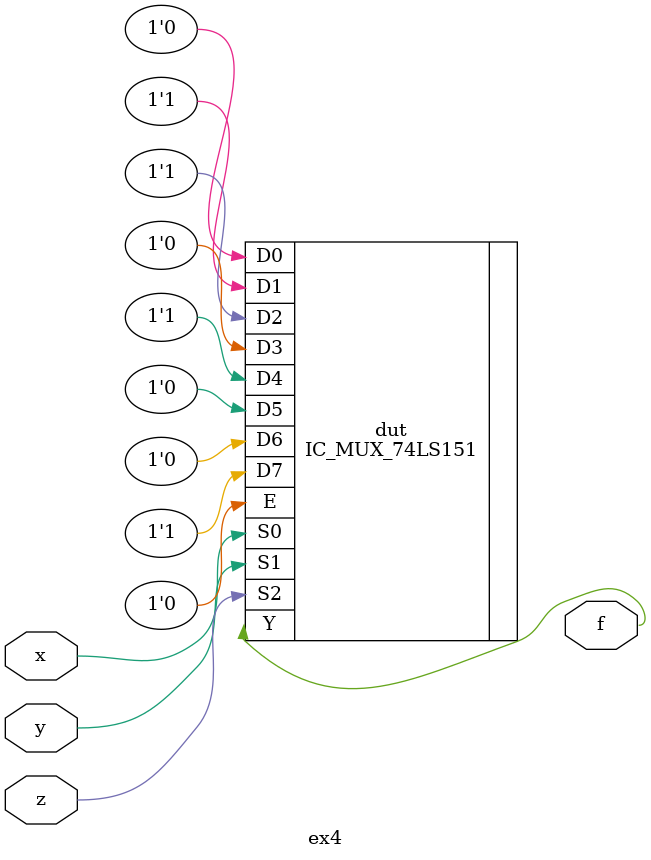
<source format=sv>
module ex4(
	input x, y, z,
	output f);
IC_MUX_74LS151 dut(
	.S0(x),
	.S1(y),
	.S2(z),
	.E(1'b0),
	.D0(1'b0),
	.D1(1'b1),
	.D2(1'b1),
	.D3(1'b0),
	.D4(1'b1),
	.D5(1'b0),
	.D6(1'b0),
	.D7(1'b1),
	.Y(f));
endmodule

</source>
